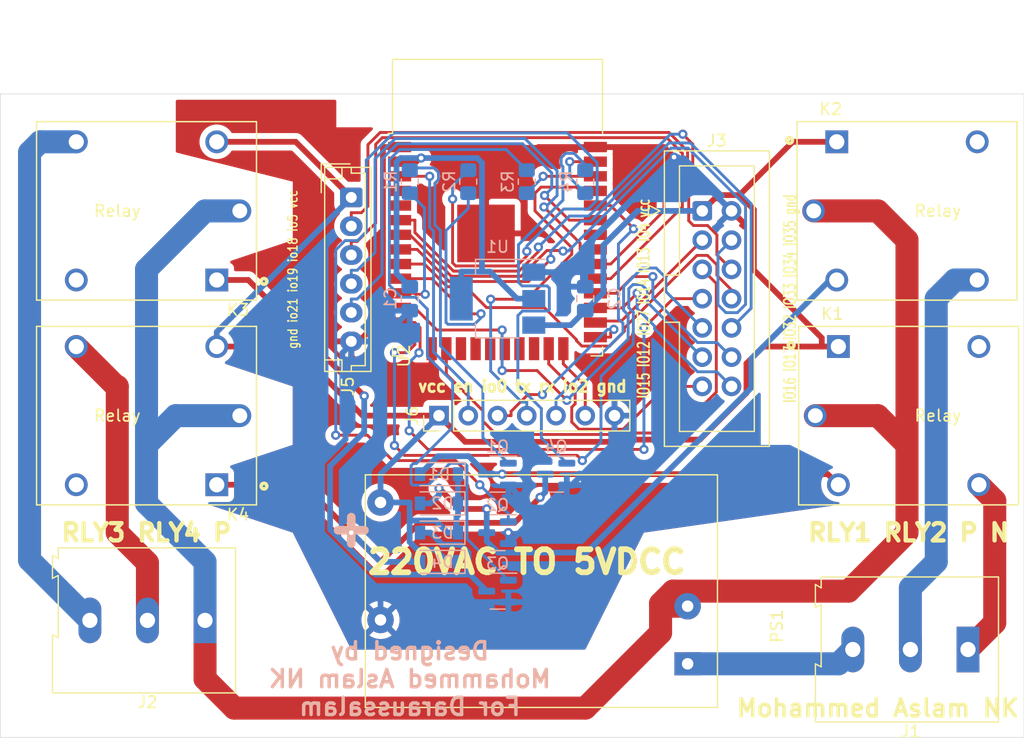
<source format=kicad_pcb>
(kicad_pcb (version 20211014) (generator pcbnew)
  (layers (0 "F.Cu" signal) (31 "B.Cu" signal) (34 "B.Paste" user) (35 "F.Paste" user) (36 "B.SilkS" user "B.Silkscreen") (37 "F.SilkS" user "F.Silkscreen") (38 "B.Mask" user) (39 "F.Mask" user) (44 "Edge.Cuts" user))
  (net 0 "")
  (net 1 "VCC")
  (net 2 "Net-(D1-Pad2)")
  (net 3 "Net-(D2-Pad2)")
  (net 4 "Net-(D3-Pad2)")
  (net 5 "Net-(D4-Pad2)")
  (net 6 "AC")
  (net 7 "Net-(C1-Pad1)")
  (net 8 "GND")
  (net 9 "Earth")
  (net 10 "Net-(J3-Pad3)")
  (net 11 "Net-(J5-Pad2)")
  (net 12 "Net-(J5-Pad3)")
  (net 13 "Net-(J5-Pad4)")
  (net 14 "Net-(J5-Pad5)")
  (net 19 "Net-(Q1-Pad1)")
  (net 20 "Net-(Q2-Pad1)")
  (net 21 "Net-(Q3-Pad1)")
  (net 22 "Net-(Q4-Pad1)")
  (net 23 "Net-(R1-Pad2)")
  (net 24 "Net-(R2-Pad2)")
  (net 25 "Net-(R3-Pad2)")
  (net 26 "Net-(R4-Pad2)")
  (net 29 "Net-(J3-Pad4)")
  (net 36 "Net-(J3-Pad5)")
  (net 38 "Net-(J3-Pad6)")
  (net 39 "Net-(J3-Pad7)")
  (net 40 "Net-(J3-Pad8)")
  (net 41 "Net-(J3-Pad9)")
  (net 42 "Net-(J3-Pad10)")
  (net 43 "Net-(J6-Pad2)")
  (net 44 "Net-(J6-Pad3)")
  (net 45 "Net-(J6-Pad4)")
  (net 46 "Net-(J6-Pad5)")
  (net 47 "Net-(J6-Pad6)")
  (net 48 "Net-(J3-Pad11)")
  (net 49 "Net-(J3-Pad12)")
  (net 50 "Net-(J3-Pad13)")
  (net 51 "Net-(J3-Pad14)")
  (net 52 "Net-(J2-Pad2)")
  (net 53 "Net-(J2-Pad3)")
  (net 54 "Net-(K1-PadNO)")
  (net 55 "Net-(K2-PadNO)")
  (footprint "Connector_IDC:IDC-Header_2x07_P2.54mm_Vertical" (layer "F.Cu") (at 147.32 63.5)
    (fp_text reference "J3")
    (fp_text value "Conn_02x07_Odd_Even")
  )
  (footprint "1111common:Converter_ACDC_CHEAP" (layer "F.Cu") (at 149.86 99.02 180)
    (fp_text reference "PS1")
    (fp_text value "HLK-PM01")
  )
  (footprint "1111common:RELAY_SRD-05VDC-SL-C" (layer "F.Cu") (at 99.06 63.5 180)
    (fp_text reference "K3")
    (fp_text value "Relay")
  )
  (footprint "TerminalBlock:TerminalBlock_Altech_AK300-3_P5.00mm" (layer "F.Cu") (at 170.395 101.59 180)
    (fp_text reference "J1")
    (fp_text value "Screw_Terminal_01x03")
  )
  (footprint "Connector_PinHeader_2.54mm:PinHeader_1x07_P2.54mm_Vertical" (layer "F.Cu") (at 124.46 81.28 90)
    (fp_text reference "J6")
    (fp_text value "Conn_01x07_Male")
  )
  (footprint "1111common:RELAY_SRD-05VDC-SL-C" (layer "F.Cu") (at 99.06 81.28 180)
    (fp_text reference "K4")
    (fp_text value "Relay")
  )
  (footprint "1111common:RELAY_SRD-05VDC-SL-C" (layer "F.Cu") (at 165.24 81.28)
    (fp_text reference "K1")
    (fp_text value "Relay")
  )
  (footprint "RF_Module:ESP32-WROOM-32" (layer "F.Cu") (at 129.54 66.21)
    (fp_text reference "U2")
    (fp_text value "ESP32-WROOM-32")
  )
  (footprint "1111common:RELAY_SRD-05VDC-SL-C" (layer "F.Cu") (at 165.1 63.5)
    (fp_text reference "K2")
    (fp_text value "Relay")
  )
  (footprint "TerminalBlock:TerminalBlock_Altech_AK300-3_P5.00mm" (layer "F.Cu") (at 104.14 99.06 180)
    (fp_text reference "J2")
    (fp_text value "Screw_Terminal_01x03")
  )
  (footprint "Connector_JST:JST_EH_B6B-EH-A_1x06_P2.50mm_Vertical" (layer "F.Cu") (at 116.84 62.33 -90)
    (fp_text reference "J5")
    (fp_text value "Conn_01x06_Female")
  )
  (footprint "Package_TO_SOT_SMD:SOT-23" (layer "B.Cu") (at 129.54 96.52 180)
    (fp_text reference "Q3")
    (fp_text value "BC847")
  )
  (footprint "Diode_SMD:D_SOD-123" (layer "B.Cu") (at 124.46 86.36 180)
    (fp_text reference "D1")
    (fp_text value "1N4007")
  )
  (footprint "Package_TO_SOT_SMD:SOT-223-3_TabPin2" (layer "B.Cu") (at 129.54 71.12 180)
    (fp_text reference "U1")
    (fp_text value "AMS1117")
  )
  (footprint "Package_TO_SOT_SMD:SOT-23" (layer "B.Cu") (at 134.62 86.36 180)
    (fp_text reference "Q4")
    (fp_text value "BC847")
  )
  (footprint "Package_TO_SOT_SMD:SOT-23" (layer "B.Cu") (at 129.54 91.44 180)
    (fp_text reference "Q2")
    (fp_text value "BC847")
  )
  (footprint "Capacitor_SMD:C_0805_2012Metric_Pad1.18x1.45mm_HandSolder" (layer "B.Cu") (at 137.16 71.12 90)
    (fp_text reference "C2")
    (fp_text value "10u")
  )
  (footprint "Diode_SMD:D_SOD-123" (layer "B.Cu") (at 124.46 93.98 180)
    (fp_text reference "D4")
    (fp_text value "1N4007")
  )
  (footprint "Package_TO_SOT_SMD:SOT-23" (layer "B.Cu") (at 129.54 86.36 180)
    (fp_text reference "Q1")
    (fp_text value "BC847")
  )
  (footprint "Diode_SMD:D_SOD-123" (layer "B.Cu") (at 124.46 91.44 180)
    (fp_text reference "D3")
    (fp_text value "1N4007")
  )
  (footprint "Resistor_SMD:R_0805_2012Metric_Pad1.20x1.40mm_HandSolder" (layer "B.Cu") (at 137.16 60.96 -90)
    (fp_text reference "R4")
    (fp_text value "330")
  )
  (footprint "Diode_SMD:D_SOD-123" (layer "B.Cu") (at 124.46 88.9 180)
    (fp_text reference "D2")
    (fp_text value "1N4007")
  )
  (footprint "Resistor_SMD:R_0805_2012Metric_Pad1.20x1.40mm_HandSolder" (layer "B.Cu") (at 132.08 60.96 -90)
    (fp_text reference "R3")
    (fp_text value "330")
  )
  (footprint "Capacitor_SMD:C_0805_2012Metric_Pad1.18x1.45mm_HandSolder" (layer "B.Cu") (at 121.92 71.12 -90)
    (fp_text reference "C1")
    (fp_text value "10u")
  )
  (footprint "Resistor_SMD:R_0805_2012Metric_Pad1.20x1.40mm_HandSolder" (layer "B.Cu") (at 127 60.96 -90)
    (fp_text reference "R2")
    (fp_text value "330")
  )
  (footprint "Resistor_SMD:R_0805_2012Metric_Pad1.20x1.40mm_HandSolder" (layer "B.Cu") (at 121.92 60.96 -90)
    (fp_text reference "R1")
    (fp_text value "330")
  )
  (gr_rect (start 86.36 53.34) (end 175.26 109.22) (layer "Edge.Cuts") (width 0.05) (fill none))
  (gr_text "+" (at 116.84 91.44 180) (layer "B.SilkS") (effects (font (size 3 3) (thickness 0.75)) (justify mirror)))
  (gr_text "Designed by\nMohammed Aslam NK\nFor Daraussalam" (at 121.92 104.14) (layer "B.SilkS") (effects (font (size 1.5 1.5) (thickness 0.3)) (justify mirror)))
  (gr_text "Relay" (at 96.52 63.5) (layer "F.SilkS") (effects (font (size 1 1))))
  (gr_text "Relay" (at 167.78 81.28) (layer "F.SilkS") (effects (font (size 1 1))))
  (gr_text "Relay" (at 96.52 81.28) (layer "F.SilkS") (effects (font (size 1 1))))
  (gr_text "RLY3 RLY4 P" (at 99.06 91.44) (layer "F.SilkS") (effects (font (size 1.5 1.5) (thickness 0.375))))
  (gr_text "Relay" (at 167.78 63.5) (layer "F.SilkS") (effects (font (size 1 1))))
  (gr_text "220VAC TO 5VDCC" (at 132.08 93.98) (layer "F.SilkS") (effects (font (size 2 2) (thickness 0.5))))
  (gr_text "IO15 IO12 IO27 IO14 IO13 IO4 vcc" (at 142.24 71.12 90) (layer "F.SilkS") (effects (font (size 1 0.65))))
  (gr_text "IO16 IO17 IO32 IO33 IO34 IO35 gnd" (at 154.94 71.12 90) (layer "F.SilkS") (effects (font (size 1 0.65))))
  (gr_text "gnd io21 io19 io18 io5 vcc" (at 111.76 68.58 90) (layer "F.SilkS") (effects (font (size 0.8 0.65) (thickness 0.125))))
  (gr_text "      vcc en io0 tx rx io2 gnd" (at 129.54 78.74) (layer "F.SilkS") (effects (font (size 1 0.95) (thickness 0.2375))))
  (gr_text "Mohammed Aslam NK\n" (at 162.56 106.68) (layer "F.SilkS") (effects (font (size 1.5 1.5) (thickness 0.3))))
  (gr_text "RLY1 RLY2 P N" (at 165.24 91.44) (layer "F.SilkS") (effects (font (size 1.5 1.5) (thickness 0.375))))
  (segment (start 148.8952 62.1278) (end 150.5474 62.1278) (width 0.5) (layer "F.Cu") (net 1))
  (segment (start 112.01 57.5) (end 105.16 57.5) (width 0.5) (layer "F.Cu") (net 1))
  (segment (start 147.1131 83.3639) (end 141 83.3639) (width 0.5) (layer "F.Cu") (net 1))
  (segment (start 159.14 57.5) (end 155.1753 57.5) (width 0.5) (layer "F.Cu") (net 1))
  (segment (start 111.8298 75.28) (end 117.8298 81.28) (width 0.5) (layer "F.Cu") (net 1))
  (segment (start 151.1604 76.7456) (end 151.1604 79.3166) (width 0.5) (layer "F.Cu") (net 1))
  (segment (start 152.626 75.28) (end 151.1604 76.7456) (width 0.5) (layer "F.Cu") (net 1))
  (segment (start 148.4147 62.4053) (end 148.6177 62.4053) (width 0.5) (layer "F.Cu") (net 1))
  (segment (start 126.734 83.554) (end 124.46 81.28) (width 0.5) (layer "F.Cu") (net 1))
  (segment (start 157.6997 74.5338) (end 151.8035 68.6376) (width 0.5) (layer "F.Cu") (net 1))
  (segment (start 117.8298 81.28) (end 124.46 81.28) (width 0.5) (layer "F.Cu") (net 1))
  (segment (start 150.5474 62.1278) (end 150.5475 62.1278) (width 0.5) (layer "F.Cu") (net 1))
  (segment (start 147.32 63.5) (end 148.4147 62.4053) (width 0.5) (layer "F.Cu") (net 1))
  (segment (start 159.14 75.28) (end 157.6997 75.28) (width 0.5) (layer "F.Cu") (net 1))
  (segment (start 157.6997 75.28) (end 152.626 75.28) (width 0.5) (layer "F.Cu") (net 1))
  (segment (start 148.6177 62.4053) (end 148.8952 62.1278) (width 0.5) (layer "F.Cu") (net 1))
  (segment (start 155.1753 57.5) (end 150.5475 62.1278) (width 0.5) (layer "F.Cu") (net 1))
  (segment (start 105.16 75.28) (end 111.8298 75.28) (width 0.5) (layer "F.Cu") (net 1))
  (segment (start 151.8035 68.6376) (end 151.8035 63.3839) (width 0.5) (layer "F.Cu") (net 1))
  (segment (start 140.8099 83.554) (end 126.734 83.554) (width 0.5) (layer "F.Cu") (net 1))
  (segment (start 116.84 62.33) (end 112.01 57.5) (width 0.5) (layer "F.Cu") (net 1))
  (segment (start 151.1604 79.3166) (end 147.1131 83.3639) (width 0.5) (layer "F.Cu") (net 1))
  (segment (start 157.6997 75.28) (end 157.6997 74.5338) (width 0.5) (layer "F.Cu") (net 1))
  (segment (start 151.8035 63.3839) (end 150.5475 62.1278) (width 0.5) (layer "F.Cu") (net 1))
  (segment (start 141 83.3639) (end 140.8099 83.554) (width 0.5) (layer "F.Cu") (net 1))
  (segment (start 135.8975 73.42) (end 137.16 72.1575) (width 0.5) (layer "B.Cu") (net 1))
  (segment (start 125.2097 91.44) (end 124.1593 90.3896) (width 0.5) (layer "B.Cu") (net 1))
  (segment (start 138.7323 66.4706) (end 138.7323 70.5852) (width 0.5) (layer "B.Cu") (net 1))
  (segment (start 121.9096 88.8496) (end 121.88 88.82) (width 0.5) (layer "B.Cu") (net 1))
  (segment (start 116.84 62.33) (end 105.16 74.01) (width 0.5) (layer "B.Cu") (net 1))
  (segment (start 124.1593 90.3896) (end 121.9096 90.3896) (width 0.5) (layer "B.Cu") (net 1))
  (segment (start 119.38 88.82) (end 119.38 86.36) (width 0.5) (layer "B.Cu") (net 1))
  (segment (start 126.11 91.44) (end 125.9742 91.44) (width 0.5) (layer "B.Cu") (net 1))
  (segment (start 125.9742 91.44) (end 125.2097 91.44) (width 0.5) (layer "B.Cu") (net 1))
  (segment (start 126.11 88.9) (end 126.11 89.9503) (width 0.5) (layer "B.Cu") (net 1))
  (segment (start 105.16 74.01) (end 105.16 75.28) (width 0.5) (layer "B.Cu") (net 1))
  (segment (start 138.7323 70.5852) (end 137.16 72.1575) (width 0.5) (layer "B.Cu") (net 1))
  (segment (start 122.5938 92.9296) (end 121.9096 92.2454) (width 0.5) (layer "B.Cu") (net 1))
  (segment (start 121.9096 92.2454) (end 121.9096 90.3896) (width 0.5) (layer "B.Cu") (net 1))
  (segment (start 126.11 93.98) (end 125.2097 93.98) (width 0.5) (layer "B.Cu") (net 1))
  (segment (start 125.9742 90.0861) (end 125.9742 91.44) (width 0.5) (layer "B.Cu") (net 1))
  (segment (start 119.38 86.36) (end 124.46 81.28) (width 0.5) (layer "B.Cu") (net 1))
  (segment (start 141.7029 63.5) (end 138.7323 66.4706) (width 0.5) (layer "B.Cu") (net 1))
  (segment (start 147.32 63.5) (end 141.7029 63.5) (width 0.5) (layer "B.Cu") (net 1))
  (segment (start 121.9096 90.3896) (end 121.9096 88.8496) (width 0.5) (layer "B.Cu") (net 1))
  (segment (start 126.11 89.9503) (end 125.9742 90.0861) (width 0.5) (layer "B.Cu") (net 1))
  (segment (start 121.88 88.82) (end 119.38 88.82) (width 0.5) (layer "B.Cu") (net 1))
  (segment (start 126.11 88.9) (end 126.11 86.36) (width 0.5) (layer "B.Cu") (net 1))
  (segment (start 125.2097 93.98) (end 124.1593 92.9296) (width 0.5) (layer "B.Cu") (net 1))
  (segment (start 124.1593 92.9296) (end 122.5938 92.9296) (width 0.5) (layer "B.Cu") (net 1))
  (segment (start 132.69 73.42) (end 135.8975 73.42) (width 0.5) (layer "B.Cu") (net 1))
  (segment (start 159.14 87.28) (end 158.22 86.36) (width 0.5) (layer "F.Cu") (net 2))
  (segment (start 158.22 86.36) (end 129.9415 86.36) (width 0.5) (layer "F.Cu") (net 2))
  (via (at 129.9415 86.36) (size 0.8) (drill 0.4) (layers "F.Cu" "B.Cu") (net 2))
  (segment (start 124.3694 84.8006) (end 122.81 86.36) (width 0.5) (layer "B.Cu") (net 2))
  (segment (start 128.6025 86.36) (end 127.0431 84.8006) (width 0.5) (layer "B.Cu") (net 2))
  (segment (start 127.0431 84.8006) (end 124.3694 84.8006) (width 0.5) (layer "B.Cu") (net 2))
  (segment (start 129.9415 86.36) (end 128.6025 86.36) (width 0.5) (layer "B.Cu") (net 2))
  (segment (start 124.46 87.5942) (end 126.248 89.3822) (width 0.5) (layer "F.Cu") (net 3))
  (segment (start 126.248 89.3822) (end 128.6025 89.3822) (width 0.5) (layer "F.Cu") (net 3))
  (via (at 124.46 87.5942) (size 0.8) (drill 0.4) (layers "F.Cu" "B.Cu") (net 3))
  (via (at 128.6025 89.3822) (size 0.8) (drill 0.4) (layers "F.Cu" "B.Cu") (net 3))
  (segment (start 158.4048 69.5) (end 151.5822 76.3226) (width 0.5) (layer "B.Cu") (net 3))
  (segment (start 128.6025 91.44) (end 128.6025 89.3822) (width 0.5) (layer "B.Cu") (net 3))
  (segment (start 151.5822 76.3226) (end 151.5822 78.8569) (width 0.5) (layer "B.Cu") (net 3))
  (segment (start 124.46 88.1503) (end 123.7103 88.9) (width 0.5) (layer "B.Cu") (net 3))
  (segment (start 129.5863 93.1686) (end 128.6025 92.1848) (width 0.5) (layer "B.Cu") (net 3))
  (segment (start 128.6025 92.1848) (end 128.6025 91.44) (width 0.5) (layer "B.Cu") (net 3))
  (segment (start 123.7103 88.9) (end 122.81 88.9) (width 0.5) (layer "B.Cu") (net 3))
  (segment (start 151.5822 78.8569) (end 137.2705 93.1686) (width 0.5) (layer "B.Cu") (net 3))
  (segment (start 137.2705 93.1686) (end 129.5863 93.1686) (width 0.5) (layer "B.Cu") (net 3))
  (segment (start 159.14 69.5) (end 158.4048 69.5) (width 0.5) (layer "B.Cu") (net 3))
  (segment (start 124.46 87.5942) (end 124.46 88.1503) (width 0.5) (layer "B.Cu") (net 3))
  (segment (start 107.8943 69.5) (end 117.9644 79.5701) (width 0.5) (layer "F.Cu") (net 4))
  (segment (start 105.16 69.5) (end 107.8943 69.5) (width 0.5) (layer "F.Cu") (net 4))
  (via (at 117.9644 79.5701) (size 0.8) (drill 0.4) (layers "F.Cu" "B.Cu") (net 4))
  (segment (start 114.99952 85.658841) (end 117.9644 82.693961) (width 0.5) (layer "B.Cu") (net 4))
  (segment (start 118.92907 95.0798) (end 114.99952 91.15025) (width 0.5) (layer "B.Cu") (net 4))
  (segment (start 114.99952 91.15025) (end 114.99952 85.658841) (width 0.5) (layer "B.Cu") (net 4))
  (segment (start 127.0104 94.9279) (end 126.8585 95.0798) (width 0.5) (layer "B.Cu") (net 4))
  (segment (start 122.81 91.44) (end 123.7103 91.44) (width 0.5) (layer "B.Cu") (net 4))
  (segment (start 127.0104 94.9279) (end 127.0104 93.1759) (width 0.5) (layer "B.Cu") (net 4))
  (segment (start 117.9644 82.693961) (end 117.9644 79.5701) (width 0.5) (layer "B.Cu") (net 4))
  (segment (start 127.0104 94.9279) (end 128.6025 96.52) (width 0.5) (layer "B.Cu") (net 4))
  (segment (start 126.8585 95.0798) (end 118.92907 95.0798) (width 0.5) (layer "B.Cu") (net 4))
  (segment (start 126.3249 92.4904) (end 124.7607 92.4904) (width 0.5) (layer "B.Cu") (net 4))
  (segment (start 127.0104 93.1759) (end 126.3249 92.4904) (width 0.5) (layer "B.Cu") (net 4))
  (segment (start 124.7607 92.4904) (end 123.7103 91.44) (width 0.5) (layer "B.Cu") (net 4))
  (segment (start 122.769511 90.590489) (end 131.019611 90.590489) (width 0.5) (layer "F.Cu") (net 5))
  (segment (start 131.019611 90.590489) (end 133.2364 88.3737) (width 0.5) (layer "F.Cu") (net 5))
  (segment (start 116.84 91.44) (end 112.68 87.28) (width 0.5) (layer "F.Cu") (net 5))
  (segment (start 119.38 93.98) (end 122.769511 90.590489) (width 0.5) (layer "F.Cu") (net 5))
  (segment (start 112.68 87.28) (end 105.16 87.28) (width 0.5) (layer "F.Cu") (net 5))
  (segment (start 116.84 91.44) (end 119.38 93.98) (width 0.5) (layer "F.Cu") (net 5))
  (via (at 133.2364 88.3737) (size 0.8) (drill 0.4) (layers "F.Cu" "B.Cu") (net 5))
  (via (at 116.84 91.44) (size 0.8) (drill 0.4) (layers "F.Cu" "B.Cu") (net 5))
  (segment (start 121.3077 93.98) (end 121.9097 93.378) (width 0.5) (layer "B.Cu") (net 5))
  (segment (start 121.9097 93.98) (end 122.81 93.98) (width 0.5) (layer "B.Cu") (net 5))
  (segment (start 133.2364 88.3737) (end 133.6825 87.9276) (width 0.5) (layer "B.Cu") (net 5))
  (segment (start 116.84 91.44) (end 119.38 93.98) (width 0.5) (layer "B.Cu") (net 5))
  (segment (start 121.9097 93.378) (end 121.9097 93.98) (width 0.5) (layer "B.Cu") (net 5))
  (segment (start 133.6825 87.9276) (end 133.6825 86.36) (width 0.5) (layer "B.Cu") (net 5))
  (segment (start 119.38 93.98) (end 121.3077 93.98) (width 0.5) (layer "B.Cu") (net 5))
  (segment (start 159.155 102.83) (end 160.395 101.59) (width 2) (layer "B.Cu") (net 6))
  (segment (start 146.05 102.83) (end 159.155 102.83) (width 2) (layer "B.Cu") (net 6))
  (segment (start 122.8066 58.9087) (end 122.909 58.9087) (width 0.5) (layer "F.Cu") (net 7))
  (segment (start 121.04 59.225) (end 122.4903 59.225) (width 0.5) (layer "F.Cu") (net 7))
  (segment (start 122.4903 59.225) (end 122.8066 58.9087) (width 0.5) (layer "F.Cu") (net 7))
  (via (at 122.909 58.9087) (size 0.8) (drill 0.4) (layers "F.Cu" "B.Cu") (net 7))
  (segment (start 120.7686 68.9311) (end 120.7686 59.2589) (width 0.5) (layer "B.Cu") (net 7))
  (segment (start 128.1909 59.3278) (end 128.1909 68.7697) (width 0.5) (layer "B.Cu") (net 7))
  (segment (start 120.7686 59.2589) (end 121.1188 58.9087) (width 0.5) (layer "B.Cu") (net 7))
  (segment (start 121.92 70.0825) (end 120.7686 68.9311) (width 0.5) (layer "B.Cu") (net 7))
  (segment (start 127.7718 58.9087) (end 128.1909 59.3278) (width 0.5) (layer "B.Cu") (net 7))
  (segment (start 121.1188 58.9087) (end 122.909 58.9087) (width 0.5) (layer "B.Cu") (net 7))
  (segment (start 122.909 58.9087) (end 127.7718 58.9087) (width 0.5) (layer "B.Cu") (net 7))
  (segment (start 128.8894 68.7697) (end 128.1909 68.7697) (width 0.5) (layer "B.Cu") (net 7))
  (segment (start 131.2397 71.12) (end 128.8894 68.7697) (width 0.5) (layer "B.Cu") (net 7))
  (segment (start 132.69 71.12) (end 131.2397 71.12) (width 0.5) (layer "B.Cu") (net 7))
  (segment (start 126.39 71.12) (end 126.39 68.7697) (width 0.5) (layer "B.Cu") (net 7))
  (segment (start 128.1909 68.7697) (end 126.39 68.7697) (width 0.5) (layer "B.Cu") (net 7))
  (segment (start 123.825 76.1901) (end 123.825 75.465) (width 0.5) (layer "F.Cu") (net 8))
  (segment (start 125.3975 96.52) (end 130.4775 91.44) (width 0.5) (layer "F.Cu") (net 8))
  (segment (start 116.84 76.1303) (end 117.625 76.9153) (width 0.5) (layer "F.Cu") (net 8))
  (segment (start 143.9958 57.955) (end 144.8695 58.8287) (width 0.5) (layer "F.Cu") (net 8))
  (segment (start 121.88 96.52) (end 125.3975 96.52) (width 0.5) (layer "F.Cu") (net 8))
  (segment (start 119.5897 72.7304) (end 119.5897 57.955) (width 0.5) (layer "F.Cu") (net 8))
  (segment (start 123.9903 57.955) (end 121.04 57.955) (width 0.5) (layer "F.Cu") (net 8))
  (segment (start 133.0897 57.955) (end 128.54 62.5047) (width 0.5) (layer "F.Cu") (net 8))
  (segment (start 138.04 57.955) (end 133.0897 57.955) (width 0.5) (layer "F.Cu") (net 8))
  (segment (start 138.04 57.955) (end 143.9958 57.955) (width 0.5) (layer "F.Cu") (net 8))
  (segment (start 117.625 76.9153) (end 123.825 76.9153) (width 0.5) (layer "F.Cu") (net 8))
  (segment (start 128.54 62.5047) (end 123.9903 57.955) (width 0.5) (layer "F.Cu") (net 8))
  (segment (start 123.825 76.1901) (end 123.825 76.9153) (width 0.5) (layer "F.Cu") (net 8))
  (segment (start 128.54 65.2399) (end 128.54 62.5047) (width 0.5) (layer "F.Cu") (net 8))
  (segment (start 116.84 74.83) (end 116.84 75.4801) (width 0.5) (layer "F.Cu") (net 8))
  (segment (start 116.84 75.4801) (end 116.84 76.1303) (width 0.5) (layer "F.Cu") (net 8))
  (segment (start 119.38 99.02) (end 121.88 96.52) (width 0.5) (layer "F.Cu") (net 8))
  (segment (start 116.84 75.4801) (end 119.5897 72.7304) (width 0.5) (layer "F.Cu") (net 8))
  (segment (start 128.54 65.2399) (end 128.54 65.455) (width 0.5) (layer "F.Cu") (net 8))
  (segment (start 121.04 57.955) (end 119.5897 57.955) (width 0.5) (layer "F.Cu") (net 8))
  (via (at 144.8695 58.8287) (size 0.8) (drill 0.4) (layers "F.Cu" "B.Cu") (net 8))
  (via (at 130.4775 91.44) (size 0.8) (drill 0.4) (layers "F.Cu" "B.Cu") (net 8))
  (segment (start 119.2475 74.83) (end 117.0776 74.83) (width 0.5) (layer "B.Cu") (net 8))
  (segment (start 117.0776 74.83) (end 116.84 74.83) (width 0.5) (layer "B.Cu") (net 8))
  (segment (start 132.69 68.82) (end 134.1403 68.82) (width 0.5) (layer "B.Cu") (net 8))
  (segment (start 133.607 89.2605) (end 135.5575 87.31) (width 0.5) (layer "B.Cu") (net 8))
  (segment (start 134.1403 68.82) (end 136.9539 68.82) (width 0.5) (layer "B.Cu") (net 8))
  (segment (start 130.4775 92.39) (end 132.428 90.4395) (width 0.5) (layer "B.Cu") (net 8))
  (segment (start 132.428 89.2605) (end 133.607 89.2605) (width 0.5) (layer "B.Cu") (net 8))
  (segment (start 145.1887 58.8287) (end 149.86 63.5) (width 0.5) (layer "B.Cu") (net 8))
  (segment (start 121.92 72.1575) (end 119.2475 74.83) (width 0.5) (layer "B.Cu") (net 8))
  (segment (start 136.9539 66.7443) (end 144.8695 58.8287) (width 0.5) (layer "B.Cu") (net 8))
  (segment (start 114.3 91.44) (end 119.38 96.52) (width 0.5) (layer "B.Cu") (net 8))
  (segment (start 136.9539 68.82) (end 136.9539 66.7443) (width 0.5) (layer "B.Cu") (net 8))
  (segment (start 135.981 87.31) (end 139.7 83.591) (width 0.5) (layer "B.Cu") (net 8))
  (segment (start 116.339111 83.32998) (end 114.3 85.369091) (width 0.5) (layer "B.Cu") (net 8))
  (segment (start 116.339111 82.62622) (end 116.339111 83.32998) (width 0.5) (layer "B.Cu") (net 8))
  (segment (start 117.0776 74.83) (end 116.06412 75.84348) (width 0.5) (layer "B.Cu") (net 8))
  (segment (start 137.16 70.0825) (end 136.9539 69.8764) (width 0.5) (layer "B.Cu") (net 8))
  (segment (start 135.5575 87.31) (end 135.981 87.31) (width 0.5) (layer "B.Cu") (net 8))
  (segment (start 132.428 90.4395) (end 132.428 89.2605) (width 0.5) (layer "B.Cu") (net 8))
  (segment (start 119.38 99.02) (end 120.93 97.47) (width 0.5) (layer "B.Cu") (net 8))
  (segment (start 130.4775 87.31) (end 132.428 89.2605) (width 0.5) (layer "B.Cu") (net 8))
  (segment (start 114.3 85.369091) (end 114.3 91.44) (width 0.5) (layer "B.Cu") (net 8))
  (segment (start 119.38 96.52) (end 119.38 99.02) (width 0.5) (layer "B.Cu") (net 8))
  (segment (start 116.06412 82.351229) (end 116.339111 82.62622) (width 0.5) (layer "B.Cu") (net 8))
  (segment (start 120.93 97.47) (end 130.4775 97.47) (width 0.5) (layer "B.Cu") (net 8))
  (segment (start 139.7 83.591) (end 139.7 81.28) (width 0.5) (layer "B.Cu") (net 8))
  (segment (start 144.8695 58.8287) (end 145.1887 58.8287) (width 0.5) (layer "B.Cu") (net 8))
  (segment (start 116.06412 75.84348) (end 116.06412 82.351229) (width 0.5) (layer "B.Cu") (net 8))
  (segment (start 130.4775 92.39) (end 130.4775 91.44) (width 0.5) (layer "B.Cu") (net 8))
  (segment (start 136.9539 69.8764) (end 136.9539 68.82) (width 0.5) (layer "B.Cu") (net 8))
  (segment (start 106.68 106.68) (end 104.14 104.14) (width 2) (layer "F.Cu") (net 9))
  (segment (start 144.78 96.56) (end 144.78 96.52) (width 2) (layer "F.Cu") (net 9))
  (segment (start 146.05 97.83) (end 144.78 96.56) (width 2) (layer "F.Cu") (net 9))
  (segment (start 165.1 83.82) (end 165.1 66.04) (width 2) (layer "F.Cu") (net 9))
  (segment (start 143.700489 100.139511) (end 137.16 106.68) (width 2) (layer "F.Cu") (net 9))
  (segment (start 146.05 97.83) (end 143.930978 97.83) (width 2) (layer "F.Cu") (net 9))
  (segment (start 143.700489 97.599511) (end 143.700489 100.139511) (width 2) (layer "F.Cu") (net 9))
  (segment (start 165.1 66.04) (end 162.56 63.5) (width 2) (layer "F.Cu") (net 9))
  (segment (start 143.930978 97.83) (end 143.700489 97.599511) (width 2) (layer "F.Cu") (net 9))
  (segment (start 165.1 83.82) (end 165.1 91.44) (width 2) (layer "F.Cu") (net 9))
  (segment (start 162.56 63.5) (end 157 63.5) (width 2) (layer "F.Cu") (net 9))
  (segment (start 144.78 96.52) (end 143.700489 97.599511) (width 2) (layer "F.Cu") (net 9))
  (segment (start 165.1 91.44) (end 160.02 96.52) (width 2) (layer "F.Cu") (net 9))
  (segment (start 162.56 81.28) (end 165.1 83.82) (width 2) (layer "F.Cu") (net 9))
  (segment (start 104.14 104.14) (end 104.14 99.06) (width 2) (layer "F.Cu") (net 9))
  (segment (start 160.02 96.52) (end 144.78 96.52) (width 2) (layer "F.Cu") (net 9))
  (segment (start 137.16 106.68) (end 106.68 106.68) (width 2) (layer "F.Cu") (net 9))
  (segment (start 157.14 81.28) (end 162.56 81.28) (width 2) (layer "F.Cu") (net 9))
  (segment (start 99.06 83.82) (end 101.6 81.28) (width 2) (layer "B.Cu") (net 9))
  (segment (start 99.06 88.9) (end 99.06 83.82) (width 2) (layer "B.Cu") (net 9))
  (segment (start 104.14 63.5) (end 99.06 68.58) (width 2) (layer "B.Cu") (net 9))
  (segment (start 104.14 93.98) (end 104.14 99.06) (width 2) (layer "B.Cu") (net 9))
  (segment (start 107.16 63.5) (end 104.14 63.5) (width 2) (layer "B.Cu") (net 9))
  (segment (start 99.06 83.82) (end 99.06 68.58) (width 2) (layer "B.Cu") (net 9))
  (segment (start 104.14 93.98) (end 99.06 88.9) (width 2) (layer "B.Cu") (net 9))
  (segment (start 101.6 81.28) (end 107.16 81.28) (width 2) (layer "B.Cu") (net 9))
  (segment (start 138.1706 73.0644) (end 138.04 73.195) (width 0.25) (layer "F.Cu") (net 10))
  (segment (start 140.2956 73.0644) (end 138.1706 73.0644) (width 0.25) (layer "F.Cu") (net 10))
  (segment (start 147.32 66.04) (end 140.2956 73.0644) (width 0.25) (layer "F.Cu") (net 10))
  (segment (start 118.2856 57.7502) (end 118.2856 63.0906) (width 0.25) (layer "F.Cu") (net 11))
  (segment (start 146.0452 59.5156) (end 146.0452 58.3134) (width 0.25) (layer "F.Cu") (net 11))
  (segment (start 145.5949 59.9659) (end 146.0452 59.5156) (width 0.25) (layer "F.Cu") (net 11))
  (segment (start 117.7215 63.6547) (end 116.84 63.6547) (width 0.25) (layer "F.Cu") (net 11))
  (segment (start 144.42 56.6882) (end 119.3476 56.6882) (width 0.25) (layer "F.Cu") (net 11))
  (segment (start 116.84 64.83) (end 116.84 63.6547) (width 0.25) (layer "F.Cu") (net 11))
  (segment (start 119.3476 56.6882) (end 118.2856 57.7502) (width 0.25) (layer "F.Cu") (net 11))
  (segment (start 138.04 69.385) (end 139.3653 69.385) (width 0.25) (layer "F.Cu") (net 11))
  (segment (start 139.3653 69.385) (end 145.5949 63.1554) (width 0.25) (layer "F.Cu") (net 11))
  (segment (start 146.0452 58.3134) (end 144.42 56.6882) (width 0.25) (layer "F.Cu") (net 11))
  (segment (start 145.5949 63.1554) (end 145.5949 59.9659) (width 0.25) (layer "F.Cu") (net 11))
  (segment (start 118.2856 63.0906) (end 117.7215 63.6547) (width 0.25) (layer "F.Cu") (net 11))
  (segment (start 145.5949 58.5) (end 145.5949 59.2162) (width 0.25) (layer "F.Cu") (net 12))
  (segment (start 116.84 67.33) (end 116.84 66.1547) (width 0.25) (layer "F.Cu") (net 12))
  (segment (start 143.9937 63.4866) (end 139.3653 68.115) (width 0.25) (layer "F.Cu") (net 12))
  (segment (start 118.9608 64.5481) (end 118.9608 57.7119) (width 0.25) (layer "F.Cu") (net 12))
  (segment (start 117.3542 66.1547) (end 118.9608 64.5481) (width 0.25) (layer "F.Cu") (net 12))
  (segment (start 143.9937 60.8174) (end 143.9937 63.4866) (width 0.25) (layer "F.Cu") (net 12))
  (segment (start 144.2334 57.1385) (end 145.5949 58.5) (width 0.25) (layer "F.Cu") (net 12))
  (segment (start 119.5342 57.1385) (end 144.2334 57.1385) (width 0.25) (layer "F.Cu") (net 12))
  (segment (start 145.5949 59.2162) (end 143.9937 60.8174) (width 0.25) (layer "F.Cu") (net 12))
  (segment (start 138.04 68.115) (end 139.3653 68.115) (width 0.25) (layer "F.Cu") (net 12))
  (segment (start 118.9608 57.7119) (end 119.5342 57.1385) (width 0.25) (layer "F.Cu") (net 12))
  (segment (start 116.84 66.1547) (end 117.3542 66.1547) (width 0.25) (layer "F.Cu") (net 12))
  (segment (start 138.04 66.845) (end 136.7147 66.845) (width 0.25) (layer "F.Cu") (net 13))
  (segment (start 136.7147 66.3044) (end 133.571 63.1607) (width 0.25) (layer "F.Cu") (net 13))
  (segment (start 136.7147 66.845) (end 136.7147 66.3044) (width 0.25) (layer "F.Cu") (net 13))
  (via (at 133.571 63.1607) (size 0.8) (drill 0.4) (layers "F.Cu" "B.Cu") (net 13))
  (segment (start 134.7155 60.0104) (end 134.7155 62.1621) (width 0.25) (layer "B.Cu") (net 13))
  (segment (start 118.9047 67.1042) (end 118.9047 58.9671) (width 0.25) (layer "B.Cu") (net 13))
  (segment (start 134.7155 62.1621) (end 133.7169 63.1607) (width 0.25) (layer "B.Cu") (net 13))
  (segment (start 120.6521 57.2197) (end 131.9248 57.2197) (width 0.25) (layer "B.Cu") (net 13))
  (segment (start 116.84 68.6547) (end 117.3542 68.6547) (width 0.25) (layer "B.Cu") (net 13))
  (segment (start 118.9047 58.9671) (end 120.6521 57.2197) (width 0.25) (layer "B.Cu") (net 13))
  (segment (start 133.7169 63.1607) (end 133.571 63.1607) (width 0.25) (layer "B.Cu") (net 13))
  (segment (start 116.84 69.83) (end 116.84 68.6547) (width 0.25) (layer "B.Cu") (net 13))
  (segment (start 117.3542 68.6547) (end 118.9047 67.1042) (width 0.25) (layer "B.Cu") (net 13))
  (segment (start 131.9248 57.2197) (end 134.7155 60.0104) (width 0.25) (layer "B.Cu") (net 13))
  (segment (start 138.04 64.305) (end 135.7701 64.305) (width 0.25) (layer "F.Cu") (net 14))
  (segment (start 135.7701 64.305) (end 133.6254 62.1603) (width 0.25) (layer "F.Cu") (net 14))
  (via (at 133.6254 62.1603) (size 0.8) (drill 0.4) (layers "F.Cu" "B.Cu") (net 14))
  (segment (start 131.7128 57.67) (end 134.2477 60.2049) (width 0.25) (layer "B.Cu") (net 14))
  (segment (start 119.514 58.9947) (end 120.8387 57.67) (width 0.25) (layer "B.Cu") (net 14))
  (segment (start 117.3542 71.1547) (end 119.514 68.9949) (width 0.25) (layer "B.Cu") (net 14))
  (segment (start 134.2477 60.2049) (end 134.2477 61.538) (width 0.25) (layer "B.Cu") (net 14))
  (segment (start 116.84 71.1547) (end 117.3542 71.1547) (width 0.25) (layer "B.Cu") (net 14))
  (segment (start 120.8387 57.67) (end 131.7128 57.67) (width 0.25) (layer "B.Cu") (net 14))
  (segment (start 116.84 72.33) (end 116.84 71.1547) (width 0.25) (layer "B.Cu") (net 14))
  (segment (start 119.514 68.9949) (end 119.514 58.9947) (width 0.25) (layer "B.Cu") (net 14))
  (segment (start 134.2477 61.538) (end 133.6254 62.1603) (width 0.25) (layer "B.Cu") (net 14))
  (segment (start 124.0975 64.7267) (end 124.5809 65.2101) (width 0.25) (layer "B.Cu") (net 19))
  (segment (start 124.581 65.2101) (end 124.581 75.2148) (width 0.25) (layer "B.Cu") (net 19))
  (segment (start 124.5809 65.2101) (end 124.581 65.2101) (width 0.25) (layer "B.Cu") (net 19))
  (segment (start 122.1104 59.7696) (end 124.0213 59.7696) (width 0.25) (layer "B.Cu") (net 19))
  (segment (start 128.27 83.2025) (end 130.4775 85.41) (width 0.25) (layer "B.Cu") (net 19))
  (segment (start 124.0975 61.0998) (end 124.0975 64.7267) (width 0.25) (layer "B.Cu") (net 19))
  (segment (start 124.0213 59.7696) (end 124.411 60.1593) (width 0.25) (layer "B.Cu") (net 19))
  (segment (start 124.581 75.2148) (end 128.27 78.9038) (width 0.25) (layer "B.Cu") (net 19))
  (segment (start 124.411 60.1593) (end 124.411 60.7863) (width 0.25) (layer "B.Cu") (net 19))
  (segment (start 121.92 59.96) (end 122.1104 59.7696) (width 0.25) (layer "B.Cu") (net 19))
  (segment (start 128.27 78.9038) (end 128.27 83.2025) (width 0.25) (layer "B.Cu") (net 19))
  (segment (start 124.411 60.7863) (end 124.0975 61.0998) (width 0.25) (layer "B.Cu") (net 19))
  (segment (start 132.0855 67.0143) (end 132.0855 67.4064) (width 0.25) (layer "F.Cu") (net 20))
  (segment (start 118.246 82.9781) (end 115.4896 82.9781) (width 0.25) (layer "F.Cu") (net 20))
  (segment (start 125.8957 85.1816) (end 120.4495 85.1816) (width 0.25) (layer "F.Cu") (net 20))
  (segment (start 120.4495 85.1816) (end 118.246 82.9781) (width 0.25) (layer "F.Cu") (net 20))
  (segment (start 125.9052 68.2803) (end 125.6375 68.0126) (width 0.25) (layer "F.Cu") (net 20))
  (segment (start 132.0855 67.4064) (end 131.2116 68.2803) (width 0.25) (layer "F.Cu") (net 20))
  (segment (start 128.0003 87.2862) (end 125.8957 85.1816) (width 0.25) (layer "F.Cu") (net 20))
  (segment (start 131.2116 68.2803) (end 125.9052 68.2803) (width 0.25) (layer "F.Cu") (net 20))
  (segment (start 125.6375 68.0126) (end 125.6375 62.4669) (width 0.25) (layer "F.Cu") (net 20))
  (via (at 115.4896 82.9781) (size 0.8) (drill 0.4) (layers "F.Cu" "B.Cu") (net 20))
  (via (at 128.0003 87.2862) (size 0.8) (drill 0.4) (layers "F.Cu" "B.Cu") (net 20))
  (via (at 125.6375 62.4669) (size 0.8) (drill 0.4) (layers "F.Cu" "B.Cu") (net 20))
  (via (at 132.0855 67.0143) (size 0.8) (drill 0.4) (layers "F.Cu" "B.Cu") (net 20))
  (segment (start 120.5024 56.7325) (end 135.6139 56.7325) (width 0.25) (layer "B.Cu") (net 20))
  (segment (start 138.1927 62.5691) (end 137.4254 63.3364) (width 0.25) (layer "B.Cu") (net 20))
  (segment (start 132.0855 66.537) (end 132.0855 67.0143) (width 0.25) (layer "B.Cu") (net 20))
  (segment (start 115.4896 66.893) (end 116.3026 66.08) (width 0.25) (layer "B.Cu") (net 20))
  (segment (start 135.2861 63.3364) (end 132.0855 66.537) (width 0.25) (layer "B.Cu") (net 20))
  (segment (start 137.4254 63.3364) (end 135.2861 63.3364) (width 0.25) (layer "B.Cu") (net 20))
  (segment (start 130.4775 89.7634) (end 128.0003 87.2862) (width 0.25) (layer "B.Cu") (net 20))
  (segment (start 127 59.96) (end 125.6375 61.3225) (width 0.25) (layer "B.Cu") (net 20))
  (segment (start 118.1413 65.3188) (end 118.1413 59.0936) (width 0.25) (layer "B.Cu") (net 20))
  (segment (start 135.6139 56.7325) (end 138.1927 59.3113) (width 0.25) (layer "B.Cu") (net 20))
  (segment (start 115.4896 82.9781) (end 115.4896 66.893) (width 0.25) (layer "B.Cu") (net 20))
  (segment (start 130.4775 90.49) (end 130.4775 89.7634) (width 0.25) (layer "B.Cu") (net 20))
  (segment (start 138.1927 59.3113) (end 138.1927 62.5691) (width 0.25) (layer "B.Cu") (net 20))
  (segment (start 125.6375 61.3225) (end 125.6375 62.4669) (width 0.25) (layer "B.Cu") (net 20))
  (segment (start 117.3801 66.08) (end 118.1413 65.3188) (width 0.25) (layer "B.Cu") (net 20))
  (segment (start 116.3026 66.08) (end 117.3801 66.08) (width 0.25) (layer "B.Cu") (net 20))
  (segment (start 118.1413 59.0936) (end 120.5024 56.7325) (width 0.25) (layer "B.Cu") (net 20))
  (segment (start 126.8854 91.9779) (end 130.4775 95.57) (width 0.25) (layer "B.Cu") (net 21))
  (segment (start 122.2252 85.4347) (end 122.0346 85.6253) (width 0.25) (layer "B.Cu") (net 21))
  (segment (start 122.0346 87.1628) (end 122.1858 87.314) (width 0.25) (layer "B.Cu") (net 21))
  (segment (start 121.2021 70.9964) (end 122.4201 70.9964) (width 0.25) (layer "B.Cu") (net 21))
  (segment (start 125.6439 78.3375) (end 125.6439 82.2871) (width 0.25) (layer "B.Cu") (net 21))
  (segment (start 126.681 85.4186) (end 126.8854 85.623) (width 0.25) (layer "B.Cu") (net 21))
  (segment (start 123.4516 76.1452) (end 125.6439 78.3375) (width 0.25) (layer "B.Cu") (net 21))
  (segment (start 121.0414 58.1712) (end 120.1503 59.0623) (width 0.25) (layer "B.Cu") (net 21))
  (segment (start 126.8854 85.623) (end 126.8854 91.9779) (width 0.25) (layer "B.Cu") (net 21))
  (segment (start 130.2912 58.1712) (end 121.0414 58.1712) (width 0.25) (layer "B.Cu") (net 21))
  (segment (start 125.4119 85.4186) (end 126.681 85.4186) (width 0.25) (layer "B.Cu") (net 21))
  (segment (start 120.1503 59.0623) (end 120.1503 69.9446) (width 0.25) (layer "B.Cu") (net 21))
  (segment (start 122.4963 85.4347) (end 122.2252 85.4347) (width 0.25) (layer "B.Cu") (net 21))
  (segment (start 123.5165 87.314) (end 125.4119 85.4186) (width 0.25) (layer "B.Cu") (net 21))
  (segment (start 132.08 59.96) (end 130.2912 58.1712) (width 0.25) (layer "B.Cu") (net 21))
  (segment (start 122.1858 87.314) (end 123.5165 87.314) (width 0.25) (layer "B.Cu") (net 21))
  (segment (start 125.6439 82.2871) (end 122.4963 85.4347) (width 0.25) (layer "B.Cu") (net 21))
  (segment (start 122.4201 70.9964) (end 123.4516 72.0279) (width 0.25) (layer "B.Cu") (net 21))
  (segment (start 122.0346 85.6253) (end 122.0346 87.1628) (width 0.25) (layer "B.Cu") (net 21))
  (segment (start 120.1503 69.9446) (end 121.2021 70.9964) (width 0.25) (layer "B.Cu") (net 21))
  (segment (start 123.4516 72.0279) (end 123.4516 76.1452) (width 0.25) (layer "B.Cu") (net 21))
  (segment (start 137.16 59.4746) (end 136.1845 58.4991) (width 0.25) (layer "B.Cu") (net 22))
  (segment (start 133.35 83.2025) (end 135.5575 85.41) (width 0.25) (layer "B.Cu") (net 22))
  (segment (start 135.2215 59.6601) (end 135.2215 62.5729) (width 0.25) (layer "B.Cu") (net 22))
  (segment (start 131.3602 69.7003) (end 131.6734 70.0135) (width 0.25) (layer "B.Cu") (net 22))
  (segment (start 133.35 80.6672) (end 133.35 83.2025) (width 0.25) (layer "B.Cu") (net 22))
  (segment (start 136.1845 58.4991) (end 135.4549 58.4991) (width 0.25) (layer "B.Cu") (net 22))
  (segment (start 131.3062 78.6234) (end 133.35 80.6672) (width 0.25) (layer "B.Cu") (net 22))
  (segment (start 134.04 70.2009) (end 134.04 72.0504) (width 0.25) (layer "B.Cu") (net 22))
  (segment (start 135.4549 58.4991) (end 135.0677 58.8863) (width 0.25) (layer "B.Cu") (net 22))
  (segment (start 133.895 72.1954) (end 131.7023 72.1954) (width 0.25) (layer "B.Cu") (net 22))
  (segment (start 131.6734 70.0135) (end 133.8526 70.0135) (width 0.25) (layer "B.Cu") (net 22))
  (segment (start 135.2215 62.5729) (end 131.3602 66.4342) (width 0.25) (layer "B.Cu") (net 22))
  (segment (start 131.3062 72.5915) (end 131.3062 78.6234) (width 0.25) (layer "B.Cu") (net 22))
  (segment (start 131.7023 72.1954) (end 131.3062 72.5915) (width 0.25) (layer "B.Cu") (net 22))
  (segment (start 134.04 72.0504) (end 133.895 72.1954) (width 0.25) (layer "B.Cu") (net 22))
  (segment (start 137.16 59.96) (end 137.16 59.4746) (width 0.25) (layer "B.Cu") (net 22))
  (segment (start 133.8526 70.0135) (end 134.04 70.2009) (width 0.25) (layer "B.Cu") (net 22))
  (segment (start 131.3602 66.4342) (end 131.3602 69.7003) (width 0.25) (layer "B.Cu") (net 22))
  (segment (start 135.0677 58.8863) (end 135.0677 59.5063) (width 0.25) (layer "B.Cu") (net 22))
  (segment (start 135.0677 59.5063) (end 135.2215 59.6601) (width 0.25) (layer "B.Cu") (net 22))
  (segment (start 122.4543 70.744) (end 123.2585 70.744) (width 0.25) (layer "F.Cu") (net 23))
  (segment (start 121.04 70.655) (end 122.3653 70.655) (width 0.25) (layer "F.Cu") (net 23))
  (segment (start 122.3653 70.655) (end 122.4543 70.744) (width 0.25) (layer "F.Cu") (net 23))
  (via (at 123.2585 70.744) (size 0.8) (drill 0.4) (layers "F.Cu" "B.Cu") (net 23))
  (segment (start 123.1969 63.2369) (end 123.1969 70.6824) (width 0.25) (layer "B.Cu") (net 23))
  (segment (start 121.92 61.96) (end 123.1969 63.2369) (width 0.25) (layer "B.Cu") (net 23))
  (segment (start 123.1969 70.6824) (end 123.2585 70.744) (width 0.25) (layer "B.Cu") (net 23))
  (segment (start 123.8254 69.385) (end 126.8782 72.4378) (width 0.25) (layer "F.Cu") (net 24))
  (segment (start 121.04 69.385) (end 123.8254 69.385) (width 0.25) (layer "F.Cu") (net 24))
  (segment (start 126.8782 72.4378) (end 128.1045 72.4378) (width 0.25) (layer "F.Cu") (net 24))
  (via (at 128.1045 72.4378) (size 0.8) (drill 0.4) (layers "F.Cu" "B.Cu") (net 24))
  (segment (start 125.0646 65.2103) (end 127 63.2749) (width 0.25) (layer "B.Cu") (net 24))
  (segment (start 128.1045 72.4378) (end 128.1045 72.784) (width 0.25) (layer "B.Cu") (net 24))
  (segment (start 127 63.2749) (end 127 61.96) (width 0.25) (layer "B.Cu") (net 24))
  (segment (start 127.5381 73.3504) (end 125.2335 73.3504) (width 0.25) (layer "B.Cu") (net 24))
  (segment (start 128.1045 72.784) (end 127.5381 73.3504) (width 0.25) (layer "B.Cu") (net 24))
  (segment (start 125.2335 73.3504) (end 125.0646 73.1815) (width 0.25) (layer "B.Cu") (net 24))
  (segment (start 125.0646 73.1815) (end 125.0646 65.2103) (width 0.25) (layer "B.Cu") (net 24))
  (segment (start 138.04 60.495) (end 133.4984 60.495) (width 0.25) (layer "F.Cu") (net 25))
  (via (at 133.4984 60.495) (size 0.8) (drill 0.4) (layers "F.Cu" "B.Cu") (net 25))
  (segment (start 132.08 61.96) (end 133.4984 60.5416) (width 0.25) (layer "B.Cu") (net 25))
  (segment (start 133.4984 60.5416) (end 133.4984 60.495) (width 0.25) (layer "B.Cu") (net 25))
  (segment (start 138.04 59.225) (end 135.8122 59.225) (width 0.25) (layer "F.Cu") (net 26))
  (via (at 135.8122 59.225) (size 0.8) (drill 0.4) (layers "F.Cu" "B.Cu") (net 26))
  (segment (start 135.8122 60.6122) (end 135.8122 59.225) (width 0.25) (layer "B.Cu") (net 26))
  (segment (start 137.16 61.96) (end 135.8122 60.6122) (width 0.25) (layer "B.Cu") (net 26))
  (segment (start 121.04 65.575) (end 121.9261 65.575) (width 0.25) (layer "F.Cu") (net 29))
  (segment (start 133.8256 66.9401) (end 135.184 66.9401) (width 0.25) (layer "F.Cu") (net 29))
  (segment (start 125.532 69.1809) (end 131.5848 69.1809) (width 0.25) (layer "F.Cu") (net 29))
  (segment (start 135.184 66.9401) (end 135.231 66.9871) (width 0.25) (layer "F.Cu") (net 29))
  (segment (start 121.9261 65.575) (end 125.532 69.1809) (width 0.25) (layer "F.Cu") (net 29))
  (segment (start 131.5848 69.1809) (end 133.8256 66.9401) (width 0.25) (layer "F.Cu") (net 29))
  (via (at 135.231 66.9871) (size 0.8) (drill 0.4) (layers "F.Cu" "B.Cu") (net 29))
  (segment (start 148.6846 67.2154) (end 149.86 66.04) (width 0.25) (layer "B.Cu") (net 29))
  (segment (start 148.6846 71.6456) (end 148.6846 67.2154) (width 0.25) (layer "B.Cu") (net 29))
  (segment (start 135.6854 66.9871) (end 144.6191 58.0534) (width 0.25) (layer "B.Cu") (net 29))
  (segment (start 151.0803 71.6209) (end 150.3659 72.3353) (width 0.25) (layer "B.Cu") (net 29))
  (segment (start 149.3743 72.3353) (end 148.6846 71.6456) (width 0.25) (layer "B.Cu") (net 29))
  (segment (start 151.0803 63.0322) (end 151.0803 71.6209) (width 0.25) (layer "B.Cu") (net 29))
  (segment (start 144.6191 58.0534) (end 146.1015 58.0534) (width 0.25) (layer "B.Cu") (net 29))
  (segment (start 135.231 66.9871) (end 135.6854 66.9871) (width 0.25) (layer "B.Cu") (net 29))
  (segment (start 146.1015 58.0534) (end 151.0803 63.0322) (width 0.25) (layer "B.Cu") (net 29))
  (segment (start 150.3659 72.3353) (end 149.3743 72.3353) (width 0.25) (layer "B.Cu") (net 29))
  (segment (start 144.9833 82.7886) (end 140.7616 82.7886) (width 0.25) (layer "F.Cu") (net 36))
  (segment (start 125.095 77.68) (end 125.095 75.465) (width 0.25) (layer "F.Cu") (net 36))
  (segment (start 140.7616 82.7886) (end 140.6364 82.9138) (width 0.25) (layer "F.Cu") (net 36))
  (segment (start 147.32 68.58) (end 148.54 69.8) (width 0.25) (layer "F.Cu") (net 36))
  (segment (start 148.54 69.8) (end 148.54 79.2319) (width 0.25) (layer "F.Cu") (net 36))
  (segment (start 148.54 79.2319) (end 144.9833 82.7886) (width 0.25) (layer "F.Cu") (net 36))
  (segment (start 140.6364 82.9138) (end 129.4232 82.9138) (width 0.25) (layer "F.Cu") (net 36))
  (segment (start 128.27 80.855) (end 125.095 77.68) (width 0.25) (layer "F.Cu") (net 36))
  (segment (start 128.27 81.7606) (end 128.27 80.855) (width 0.25) (layer "F.Cu") (net 36))
  (segment (start 129.4232 82.9138) (end 128.27 81.7606) (width 0.25) (layer "F.Cu") (net 36))
  (segment (start 147.7849 64.7705) (end 146.5551 64.7705) (width 0.25) (layer "F.Cu") (net 38))
  (segment (start 131.3982 68.7306) (end 133.088 67.0408) (width 0.25) (layer "F.Cu") (net 38))
  (segment (start 146.1436 60.0541) (end 146.4955 59.7022) (width 0.25) (layer "F.Cu") (net 38))
  (segment (start 146.4955 59.7022) (end 146.4955 57.7052) (width 0.25) (layer "F.Cu") (net 38))
  (segment (start 121.04 64.305) (end 122.3653 64.305) (width 0.25) (layer "F.Cu") (net 38))
  (segment (start 149.86 68.58) (end 148.59 67.31) (width 0.25) (layer "F.Cu") (net 38))
  (segment (start 133.088 67.0408) (end 133.088 66.6427) (width 0.25) (layer "F.Cu") (net 38))
  (segment (start 148.59 67.31) (end 148.59 65.5756) (width 0.25) (layer "F.Cu") (net 38))
  (segment (start 146.5551 64.7705) (end 146.1436 64.359) (width 0.25) (layer "F.Cu") (net 38))
  (segment (start 146.4955 57.7052) (end 145.6291 56.8388) (width 0.25) (layer "F.Cu") (net 38))
  (segment (start 146.1436 64.359) (end 146.1436 60.0541) (width 0.25) (layer "F.Cu") (net 38))
  (segment (start 122.3653 65.3773) (end 125.7186 68.7306) (width 0.25) (layer "F.Cu") (net 38))
  (segment (start 122.3653 64.305) (end 122.3653 65.3773) (width 0.25) (layer "F.Cu") (net 38))
  (segment (start 125.7186 68.7306) (end 131.3982 68.7306) (width 0.25) (layer "F.Cu") (net 38))
  (segment (start 148.59 65.5756) (end 147.7849 64.7705) (width 0.25) (layer "F.Cu") (net 38))
  (via (at 133.088 66.6427) (size 0.8) (drill 0.4) (layers "F.Cu" "B.Cu") (net 38))
  (via (at 145.6291 56.8388) (size 0.8) (drill 0.4) (layers "F.Cu" "B.Cu") (net 38))
  (segment (start 137.4527 63.946) (end 135.7847 63.946) (width 0.25) (layer "B.Cu") (net 38))
  (segment (start 135.7847 63.946) (end 133.088 66.6427) (width 0.25) (layer "B.Cu") (net 38))
  (segment (start 145.6291 56.8388) (end 144.5599 56.8388) (width 0.25) (layer "B.Cu") (net 38))
  (segment (start 144.5599 56.8388) (end 137.4527 63.946) (width 0.25) (layer "B.Cu") (net 38))
  (segment (start 122.8157 75.7217) (end 122.7196 75.8178) (width 0.25) (layer "F.Cu") (net 39))
  (segment (start 144.7877 71.12) (end 142.2555 73.6522) (width 0.25) (layer "F.Cu") (net 39))
  (segment (start 123.4959 84.2142) (end 142.2555 84.2142) (width 0.25) (layer "F.Cu") (net 39))
  (segment (start 122.8157 73.6454) (end 122.8157 75.7217) (width 0.25) (layer "F.Cu") (net 39))
  (segment (start 121.04 73.195) (end 122.3653 73.195) (width 0.25) (layer "F.Cu") (net 39))
  (segment (start 121.8723 82.5906) (end 123.4959 84.2142) (width 0.25) (layer "F.Cu") (net 39))
  (segment (start 122.3653 73.195) (end 122.8157 73.6454) (width 0.25) (layer "F.Cu") (net 39))
  (segment (start 147.32 71.12) (end 144.7877 71.12) (width 0.25) (layer "F.Cu") (net 39))
  (via (at 121.8723 82.5906) (size 0.8) (drill 0.4) (layers "F.Cu" "B.Cu") (net 39))
  (via (at 122.7196 75.8178) (size 0.8) (drill 0.4) (layers "F.Cu" "B.Cu") (net 39))
  (via (at 142.2555 84.2142) (size 0.8) (drill 0.4) (layers "F.Cu" "B.Cu") (net 39))
  (via (at 142.2555 73.6522) (size 0.8) (drill 0.4) (layers "F.Cu" "B.Cu") (net 39))
  (segment (start 121.8723 76.6651) (end 122.7196 75.8178) (width 0.25) (layer "B.Cu") (net 39))
  (segment (start 121.8723 82.5906) (end 121.8723 76.6651) (width 0.25) (layer "B.Cu") (net 39))
  (segment (start 142.2555 84.2142) (end 142.2555 73.6522) (width 0.25) (layer "B.Cu") (net 39))
  (segment (start 146.8578 67.3647) (end 147.7711 67.3647) (width 0.25) (layer "F.Cu") (net 40))
  (segment (start 136.3991 74.6882) (end 136.3991 74.7744) (width 0.25) (layer "F.Cu") (net 40))
  (segment (start 121.04 68.115) (end 123.1923 68.115) (width 0.25) (layer "F.Cu") (net 40))
  (segment (start 149.86 70.3626) (end 149.86 71.12) (width 0.25) (layer "F.Cu") (net 40))
  (segment (start 133.6064 71.8955) (end 136.3991 74.6882) (width 0.25) (layer "F.Cu") (net 40))
  (segment (start 148.59 69.0926) (end 149.86 70.3626) (width 0.25) (layer "F.Cu") (net 40))
  (segment (start 140.5578 73.9547) (end 140.5578 73.6647) (width 0.25) (layer "F.Cu") (net 40))
  (segment (start 147.7711 67.3647) (end 148.59 68.1836) (width 0.25) (layer "F.Cu") (net 40))
  (segment (start 140.5578 73.6647) (end 146.8578 67.3647) (width 0.25) (layer "F.Cu") (net 40))
  (segment (start 125.1588 70.0815) (end 126.7741 70.0815) (width 0.25) (layer "F.Cu") (net 40))
  (segment (start 128.5881 71.8955) (end 133.6064 71.8955) (width 0.25) (layer "F.Cu") (net 40))
  (segment (start 139.2722 75.2403) (end 140.5578 73.9547) (width 0.25) (layer "F.Cu") (net 40))
  (segment (start 123.1923 68.115) (end 125.1588 70.0815) (width 0.25) (layer "F.Cu") (net 40))
  (segment (start 148.59 68.1836) (end 148.59 69.0926) (width 0.25) (layer "F.Cu") (net 40))
  (segment (start 136.865 75.2403) (end 139.2722 75.2403) (width 0.25) (layer "F.Cu") (net 40))
  (segment (start 136.3991 74.7744) (end 136.865 75.2403) (width 0.25) (layer "F.Cu") (net 40))
  (segment (start 126.7741 70.0815) (end 128.5881 71.8955) (width 0.25) (layer "F.Cu") (net 40))
  (segment (start 124.2847 73.8444) (end 129.9397 73.8444) (width 0.25) (layer "F.Cu") (net 41))
  (segment (start 132.9769 77.3649) (end 129.9397 77.3649) (width 0.25) (layer "F.Cu") (net 41))
  (segment (start 135.5607 79.9487) (end 132.9769 77.3649) (width 0.25) (layer "F.Cu") (net 41))
  (segment (start 122.3653 71.925) (end 124.2847 73.8444) (width 0.25) (layer "F.Cu") (net 41))
  (segment (start 121.04 71.925) (end 122.3653 71.925) (width 0.25) (layer "F.Cu") (net 41))
  (via (at 129.9397 73.8444) (size 0.8) (drill 0.4) (layers "F.Cu" "B.Cu") (net 41))
  (via (at 129.9397 77.3649) (size 0.8) (drill 0.4) (layers "F.Cu" "B.Cu") (net 41))
  (via (at 135.5607 79.9487) (size 0.8) (drill 0.4) (layers "F.Cu" "B.Cu") (net 41))
  (segment (start 140.4891 72.136) (end 140.4891 70.0726) (width 0.25) (layer "B.Cu") (net 41))
  (segment (start 135.5607 79.9487) (end 140.8831 74.6263) (width 0.25) (layer "B.Cu") (net 41))
  (segment (start 140.8831 74.6263) (end 140.8831 72.53) (width 0.25) (layer "B.Cu") (net 41))
  (segment (start 142.1006 68.4611) (end 143.3173 68.4611) (width 0.25) (layer "B.Cu") (net 41))
  (segment (start 144.1582 69.302) (end 144.1582 70.4982) (width 0.25) (layer "B.Cu") (net 41))
  (segment (start 140.4891 70.0726) (end 142.1006 68.4611) (width 0.25) (layer "B.Cu") (net 41))
  (segment (start 143.3173 68.4611) (end 144.1582 69.302) (width 0.25) (layer "B.Cu") (net 41))
  (segment (start 140.8831 72.53) (end 140.4891 72.136) (width 0.25) (layer "B.Cu") (net 41))
  (segment (start 144.1582 70.4982) (end 147.32 73.66) (width 0.25) (layer "B.Cu") (net 41))
  (segment (start 129.9397 77.3649) (end 129.9397 73.8444) (width 0.25) (layer "B.Cu") (net 41))
  (segment (start 121.04 66.845) (end 122.5592 66.845) (width 0.25) (layer "F.Cu") (net 42))
  (segment (start 132.225 69.6312) (end 134.1628 67.6934) (width 0.25) (layer "F.Cu") (net 42))
  (segment (start 122.5592 66.845) (end 125.3454 69.6312) (width 0.25) (layer "F.Cu") (net 42))
  (segment (start 125.3454 69.6312) (end 132.225 69.6312) (width 0.25) (layer "F.Cu") (net 42))
  (via (at 134.1628 67.6934) (size 0.8) (drill 0.4) (layers "F.Cu" "B.Cu") (net 42))
  (segment (start 151.5657 62.8792) (end 151.5657 71.9543) (width 0.25) (layer "B.Cu") (net 42))
  (segment (start 144.4369 57.5987) (end 146.2852 57.5987) (width 0.25) (layer "B.Cu") (net 42))
  (segment (start 151.5657 71.9543) (end 149.86 73.66) (width 0.25) (layer "B.Cu") (net 42))
  (segment (start 134.1628 67.6934) (end 134.1628 67.0125) (width 0.25) (layer "B.Cu") (net 42))
  (segment (start 146.2852 57.5987) (end 151.5657 62.8792) (width 0.25) (layer "B.Cu") (net 42))
  (segment (start 134.1628 67.0125) (end 136.779 64.3963) (width 0.25) (layer "B.Cu") (net 42))
  (segment (start 137.6393 64.3963) (end 144.4369 57.5987) (width 0.25) (layer "B.Cu") (net 42))
  (segment (start 136.779 64.3963) (end 137.6393 64.3963) (width 0.25) (layer "B.Cu") (net 42))
  (segment (start 121.04 60.495) (end 123.6472 60.495) (width 0.25) (layer "F.Cu") (net 43))
  (via (at 123.6472 60.495) (size 0.8) (drill 0.4) (layers "F.Cu" "B.Cu") (net 43))
  (segment (start 123.6472 64.9133) (end 123.6472 60.495) (width 0.25) (layer "B.Cu") (net 43))
  (segment (start 127 81.28) (end 127 78.7614) (width 0.25) (layer "B.Cu") (net 43))
  (segment (start 123.984 65.2501) (end 123.6472 64.9133) (width 0.25) (layer "B.Cu") (net 43))
  (segment (start 127 78.7614) (end 123.984 75.7454) (width 0.25) (layer "B.Cu") (net 43))
  (segment (start 123.984 75.7454) (end 123.984 65.2501) (width 0.25) (layer "B.Cu") (net 43))
  (segment (start 139.3653 74.465) (end 139.3653 74.0661) (width 0.25) (layer "F.Cu") (net 44))
  (segment (start 132.1773 79.4507) (end 133.4404 79.4507) (width 0.25) (layer "F.Cu") (net 44))
  (segment (start 129.54 81.28) (end 130.7153 81.28) (width 0.25) (layer "F.Cu") (net 44))
  (segment (start 130.7153 81.28) (end 130.7153 80.9127) (width 0.25) (layer "F.Cu") (net 44))
  (segment (start 138.04 74.465) (end 139.3653 74.465) (width 0.25) (layer "F.Cu") (net 44))
  (segment (start 139.3653 74.0661) (end 139.6417 73.7897) (width 0.25) (layer "F.Cu") (net 44))
  (segment (start 130.7153 80.9127) (end 132.1773 79.4507) (width 0.25) (layer "F.Cu") (net 44))
  (via (at 133.4404 79.4507) (size 0.8) (drill 0.4) (layers "F.Cu" "B.Cu") (net 44))
  (via (at 139.6417 73.7897) (size 0.8) (drill 0.4) (layers "F.Cu" "B.Cu") (net 44))
  (segment (start 139.6417 73.7897) (end 139.1014 73.7897) (width 0.25) (layer "B.Cu") (net 44))
  (segment (start 139.1014 73.7897) (end 133.4404 79.4507) (width 0.25) (layer "B.Cu") (net 44))
  (segment (start 135.9848 66.687) (end 135.9848 67.2712) (width 0.25) (layer "F.Cu") (net 45))
  (segment (start 132.7936 61.9664) (end 132.7936 63.4958) (width 0.25) (layer "F.Cu") (net 45))
  (segment (start 138.04 61.765) (end 136.7147 61.765) (width 0.25) (layer "F.Cu") (net 45))
  (segment (start 136.7147 61.765) (end 136.3847 61.435) (width 0.25) (layer "F.Cu") (net 45))
  (segment (start 132.7936 63.4958) (end 135.9848 66.687) (width 0.25) (layer "F.Cu") (net 45))
  (segment (start 135.9848 67.2712) (end 132.0859 71.1701) (width 0.25) (layer "F.Cu") (net 45))
  (segment (start 132.0859 71.1701) (end 128.944 71.1701) (width 0.25) (layer "F.Cu") (net 45))
  (segment (start 136.3847 61.435) (end 133.325 61.435) (width 0.25) (layer "F.Cu") (net 45))
  (segment (start 133.325 61.435) (end 132.7936 61.9664) (width 0.25) (layer "F.Cu") (net 45))
  (via (at 128.944 71.1701) (size 0.8) (drill 0.4) (layers "F.Cu" "B.Cu") (net 45))
  (segment (start 132.08 80.1047) (end 131.6393 80.1047) (width 0.25) (layer "B.Cu") (net 45))
  (segment (start 128.944 77.4094) (end 128.944 71.1701) (width 0.25) (layer "B.Cu") (net 45))
  (segment (start 132.08 81.28) (end 132.08 80.1047) (width 0.25) (layer "B.Cu") (net 45))
  (segment (start 131.6393 80.1047) (end 128.944 77.4094) (width 0.25) (layer "B.Cu") (net 45))
  (segment (start 141.3485 65.0182) (end 141.3485 65.0572) (width 0.25) (layer "F.Cu") (net 46))
  (segment (start 138.04 63.035) (end 139.3653 63.035) (width 0.25) (layer "F.Cu") (net 46))
  (segment (start 139.3653 63.035) (end 141.3485 65.0182) (width 0.25) (layer "F.Cu") (net 46))
  (via (at 141.3485 65.0572) (size 0.8) (drill 0.4) (layers "F.Cu" "B.Cu") (net 46))
  (segment (start 140.4328 74.0509) (end 140.4328 73.2629) (width 0.25) (layer "B.Cu") (net 46))
  (segment (start 140.0388 72.8689) (end 140.0388 66.3669) (width 0.25) (layer "B.Cu") (net 46))
  (segment (start 134.62 81.28) (end 134.62 80.1047) (width 0.25) (layer "B.Cu") (net 46))
  (segment (start 134.62 80.1047) (end 134.62 79.8637) (width 0.25) (layer "B.Cu") (net 46))
  (segment (start 140.4328 73.2629) (end 140.0388 72.8689) (width 0.25) (layer "B.Cu") (net 46))
  (segment (start 140.0388 66.3669) (end 141.3485 65.0572) (width 0.25) (layer "B.Cu") (net 46))
  (segment (start 134.62 79.8637) (end 140.4328 74.0509) (width 0.25) (layer "B.Cu") (net 46))
  (segment (start 137.16 80.1047) (end 137.16 78.6953) (width 0.25) (layer "F.Cu") (net 47))
  (segment (start 137.16 81.28) (end 137.16 80.1047) (width 0.25) (layer "F.Cu") (net 47))
  (segment (start 137.16 78.6953) (end 135.255 76.7903) (width 0.25) (layer "F.Cu") (net 47))
  (segment (start 135.255 75.465) (end 135.255 76.7903) (width 0.25) (layer "F.Cu") (net 47))
  (segment (start 121.04 74.465) (end 122.3653 74.465) (width 0.25) (layer "F.Cu") (net 48))
  (segment (start 122.3653 75.1081) (end 121.6626 75.8108) (width 0.25) (layer "F.Cu") (net 48))
  (segment (start 136.4565 84.7313) (end 121.4519 84.7313) (width 0.25) (layer "F.Cu") (net 48))
  (segment (start 121.4519 84.7313) (end 120.5914 83.8708) (width 0.25) (layer "F.Cu") (net 48))
  (segment (start 136.9068 85.1816) (end 136.4565 84.7313) (width 0.25) (layer "F.Cu") (net 48))
  (segment (start 121.6626 75.8108) (end 120.5914 75.8108) (width 0.25) (layer "F.Cu") (net 48))
  (segment (start 122.3653 74.465) (end 122.3653 75.1081) (width 0.25) (layer "F.Cu") (net 48))
  (via (at 120.5914 75.8108) (size 0.8) (drill 0.4) (layers "F.Cu" "B.Cu") (net 48))
  (via (at 120.5914 83.8708) (size 0.8) (drill 0.4) (layers "F.Cu" "B.Cu") (net 48))
  (via (at 136.9068 85.1816) (size 0.8) (drill 0.4) (layers "F.Cu" "B.Cu") (net 48))
  (segment (start 140.9394 70.2592) (end 141.3011 69.8975) (width 0.25) (layer "B.Cu") (net 48))
  (segment (start 136.9068 85.1816) (end 138.5246 83.5638) (width 0.25) (layer "B.Cu") (net 48))
  (segment (start 120.5914 75.8108) (end 120.5914 83.8708) (width 0.25) (layer "B.Cu") (net 48))
  (segment (start 140.9394 71.9002) (end 140.9394 70.2592) (width 0.25) (layer "B.Cu") (net 48))
  (segment (start 141.3011 69.8975) (end 142.037 69.8975) (width 0.25) (layer "B.Cu") (net 48))
  (segment (start 138.5246 83.5638) (end 138.5246 77.8698) (width 0.25) (layer "B.Cu") (net 48))
  (segment (start 141.3334 72.2942) (end 140.9394 71.9002) (width 0.25) (layer "B.Cu") (net 48))
  (segment (start 141.3334 75.061) (end 141.3334 72.2942) (width 0.25) (layer "B.Cu") (net 48))
  (segment (start 138.5246 77.8698) (end 141.3334 75.061) (width 0.25) (layer "B.Cu") (net 48))
  (segment (start 142.5767 71.4567) (end 147.32 76.2) (width 0.25) (layer "B.Cu") (net 48))
  (segment (start 142.5767 70.4372) (end 142.5767 71.4567) (width 0.25) (layer "B.Cu") (net 48))
  (segment (start 142.037 69.8975) (end 142.5767 70.4372) (width 0.25) (layer "B.Cu") (net 48))
  (segment (start 141.3022 69.2049) (end 139.8521 70.655) (width 0.25) (layer "F.Cu") (net 49))
  (segment (start 139.8521 70.655) (end 138.04 70.655) (width 0.25) (layer "F.Cu") (net 49))
  (segment (start 143.0271 69.2049) (end 141.3022 69.2049) (width 0.25) (layer "F.Cu") (net 49))
  (via (at 143.0271 69.2049) (size 0.8) (drill 0.4) (layers "F.Cu" "B.Cu") (net 49))
  (segment (start 146.9088 74.93) (end 143.0271 71.0483) (width 0.25) (layer "B.Cu") (net 49))
  (segment (start 149.86 76.2) (end 148.59 74.93) (width 0.25) (layer "B.Cu") (net 49))
  (segment (start 143.0271 71.0483) (end 143.0271 69.2049) (width 0.25) (layer "B.Cu") (net 49))
  (segment (start 148.59 74.93) (end 146.9088 74.93) (width 0.25) (layer "B.Cu") (net 49))
  (segment (start 147.32 78.74) (end 144.1733 78.74) (width 0.25) (layer "F.Cu") (net 50))
  (segment (start 136.286 79.0913) (end 133.985 76.7903) (width 0.25) (layer "F.Cu") (net 50))
  (segment (start 144.1733 78.74) (end 140.4537 82.4596) (width 0.25) (layer "F.Cu") (net 50))
  (segment (start 136.286 80.2492) (end 136.286 79.0913) (width 0.25) (layer "F.Cu") (net 50))
  (segment (start 133.985 75.465) (end 133.985 76.7903) (width 0.25) (layer "F.Cu") (net 50))
  (segment (start 136.6121 82.4596) (end 135.9846 81.8321) (width 0.25) (layer "F.Cu") (net 50))
  (segment (start 140.4537 82.4596) (end 136.6121 82.4596) (width 0.25) (layer "F.Cu") (net 50))
  (segment (start 135.9846 81.8321) (end 135.9846 80.5506) (width 0.25) (layer "F.Cu") (net 50))
  (segment (start 135.9846 80.5506) (end 136.286 80.2492) (width 0.25) (layer "F.Cu") (net 50))
  (segment (start 138.04 71.925) (end 140.3821 71.925) (width 0.25) (layer "F.Cu") (net 51))
  (segment (start 140.3821 71.925) (end 141.6647 70.6424) (width 0.25) (layer "F.Cu") (net 51))
  (via (at 141.6647 70.6424) (size 0.8) (drill 0.4) (layers "F.Cu" "B.Cu") (net 51))
  (segment (start 143.1781 73.7393) (end 143.1781 73.502) (width 0.25) (layer "B.Cu") (net 51))
  (segment (start 143.1781 73.502) (end 141.6647 71.9886) (width 0.25) (layer "B.Cu") (net 51))
  (segment (start 141.6647 71.9886) (end 141.6647 70.6424) (width 0.25) (layer "B.Cu") (net 51))
  (segment (start 146.9088 77.47) (end 143.1781 73.7393) (width 0.25) (layer "B.Cu") (net 51))
  (segment (start 149.86 78.74) (end 148.59 77.47) (width 0.25) (layer "B.Cu") (net 51))
  (segment (start 148.59 77.47) (end 146.9088 77.47) (width 0.25) (layer "B.Cu") (net 51))
  (segment (start 96.52 78.74) (end 96.42 78.74) (width 2) (layer "F.Cu") (net 52))
  (segment (start 96.42 78.74) (end 92.96 75.28) (width 2) (layer "F.Cu") (net 52))
  (segment (start 99.14 94.06) (end 96.52 91.44) (width 2) (layer "F.Cu") (net 52))
  (segment (start 99.14 94.06) (end 99.14 99.06) (width 2) (layer "F.Cu") (net 52))
  (segment (start 96.52 91.44) (end 96.52 78.74) (width 2) (layer "F.Cu") (net 52))
  (segment (start 92.96 57.5) (end 89.82 57.5) (width 2) (layer "B.Cu") (net 53))
  (segment (start 88.9 93.82) (end 94.14 99.06) (width 2) (layer "B.Cu") (net 53))
  (segment (start 88.9 58.42) (end 88.9 93.82) (width 2) (layer "B.Cu") (net 53))
  (segment (start 89.82 57.5) (end 88.9 58.42) (width 2) (layer "B.Cu") (net 53))
  (segment (start 172.72 88.66) (end 172.72 99.265) (width 2) (layer "F.Cu") (net 54))
  (segment (start 172.72 99.265) (end 170.395 101.59) (width 2) (layer "F.Cu") (net 54))
  (segment (start 171.34 87.28) (end 172.72 88.66) (width 2) (layer "F.Cu") (net 54))
  (segment (start 167.64 93.98) (end 167.64 71.12) (width 2) (layer "B.Cu") (net 55))
  (segment (start 167.64 71.12) (end 169.26 69.5) (width 2) (layer "B.Cu") (net 55))
  (segment (start 167.64 93.98) (end 165.395 96.225) (width 2) (layer "B.Cu") (net 55))
  (segment (start 169.26 69.5) (end 171.2 69.5) (width 2) (layer "B.Cu") (net 55))
  (segment (start 165.395 96.225) (end 165.395 101.59) (width 2) (layer "B.Cu") (net 55))
  (zone (net 8) (net_name "GND") (layers F&B.Cu) (connect_pads (clearance 0.508)) (min_thickness 0.254) (fill yes (thermal_gap 0.508) (thermal_bridge_width 0.508))
    (polygon (pts (xy 160.02 58.42) (xy 152.4 60.96) (xy 152.4 66.04) (xy 160.02 68.58) (xy 160.02 76.2) (xy 152.4 78.74) (xy 152.4 83.82) (xy 154.94 83.82) (xy 160.02 86.36) (xy 160.02 88.9) (xy 142.24 91.44) (xy 137.16 101.6) (xy 116.84 101.6) (xy 111.76 91.44) (xy 104.14 88.9) (xy 104.14 86.36) (xy 111.76 83.82) (xy 111.76 78.74) (xy 104.14 76.2) (xy 104.14 68.58) (xy 111.76 66.04) (xy 111.76 60.96) (xy 101.6 58.42) (xy 101.6 50.8) (xy 160.02 50.8)))
  )
)
</source>
